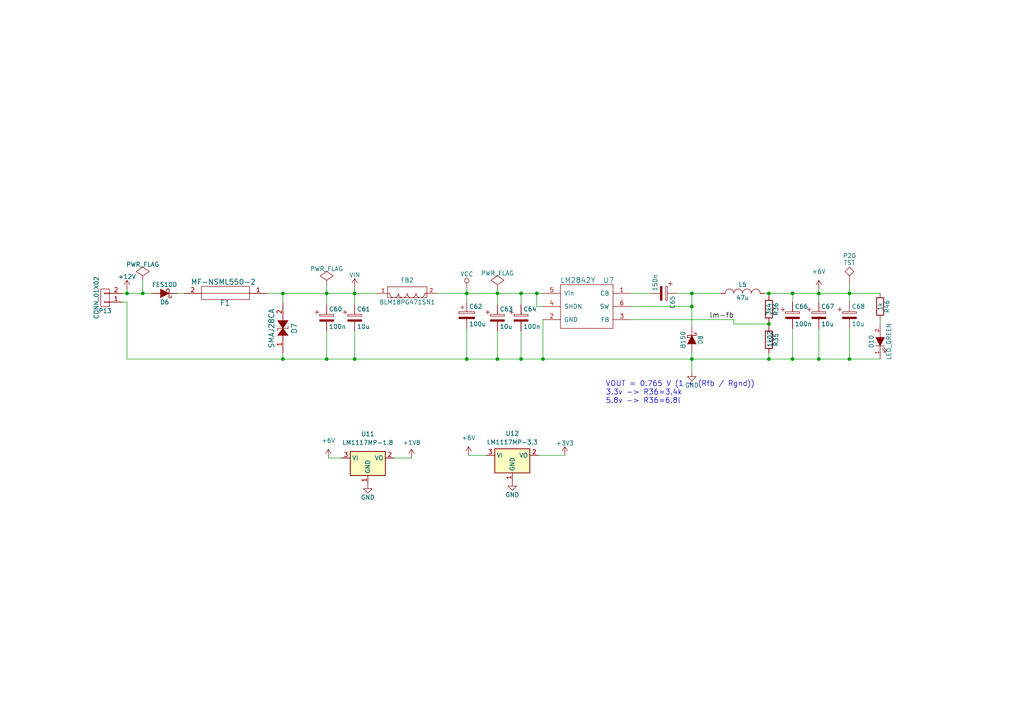
<source format=kicad_sch>
(kicad_sch (version 20230121) (generator eeschema)
  (paper "A4")
  (title_block (title "freeDSP-AiO") (date "2018-08-09") (rev "V1.0") (company "TUD") (comment 1 "Friedrich, Hoffmann, Kaiser, Schindler") (comment 2 "Hauptseminar Kommunikationsnetze"))
  (lib_symbols
    (symbol "MyLibrary:C" (pin_numbers hide) (pin_names (offset 0.254))
      (property "Reference" "C" (at 0.635 2.54 0))
      (property "Value" "C" (at 0.635 -2.54 0))
      (symbol "C_0_0"
        (text "+" (at -2.794 1.778 0) (effects (font (size 1.524 1.524))))
      )
      (symbol "C_0_1"
        (rectangle (start -2.032 -0.508) (end 2.032 -1.016) (fill (type outline)))
        (rectangle (start -2.032 1.016) (end 2.032 0.508))
      )
      (symbol "C_1_1"
        (pin passive line (at 0 3.81 270) (length 2.794) (name "~") (number "1"))
        (pin passive line (at 0 -3.81 90) (length 2.794) (name "~") (number "2"))
      )
    )
    (symbol "MyLibrary:Inductor" (pin_numbers hide) (pin_names (offset 0) hide)
      (property "Reference" "L" (at 0 2.54 0))
      (property "Value" "Inductor" (at 0 -1.27 0))
      (symbol "Inductor_0_1"
        (arc (start -2.54 0) (mid -3.81 1.2645) (end -5.08 0))
        (arc (start 0 0) (mid -1.27 1.2645) (end -2.54 0))
        (arc (start 2.54 0) (mid 1.27 1.2645) (end 0 0))
        (arc (start 5.08 0) (mid 3.81 1.2645) (end 2.54 0))
      )
      (symbol "Inductor_1_1"
        (pin input line (at -6.35 0 0) (length 1.27) (name "1") (number "1"))
        (pin input line (at 6.35 0 180) (length 1.27) (name "2") (number "2"))
      )
    )
    (symbol "Regulator_Linear:LM1117MP-1.8"
      (property "Reference" "U" (at -3.81 3.175 0))
      (property "Value" "LM1117MP-1.8" (at 0 3.175 0))
      (symbol "LM1117MP-1.8_0_1"
        (rectangle (start -5.08 -5.08) (end 5.08 1.905) (stroke (width 0.254)) (fill (type background)))
      )
      (symbol "LM1117MP-1.8_1_1"
        (pin power_in line (at 0 -7.62 90) (length 2.54) (name "GND") (number "1"))
        (pin power_out line (at 7.62 0 180) (length 2.54) (name "VO") (number "2"))
        (pin power_in line (at -7.62 0 0) (length 2.54) (name "VI") (number "3"))
      )
    )
    (symbol "Regulator_Linear:LM1117MP-3.3"
      (property "Reference" "U" (at -3.81 3.175 0))
      (property "Value" "LM1117MP-3.3" (at 0 3.175 0))
      (symbol "LM1117MP-3.3_0_1"
        (rectangle (start -5.08 -5.08) (end 5.08 1.905) (stroke (width 0.254)) (fill (type background)))
      )
      (symbol "LM1117MP-3.3_1_1"
        (pin power_in line (at 0 -7.62 90) (length 2.54) (name "GND") (number "1"))
        (pin power_out line (at 7.62 0 180) (length 2.54) (name "VO") (number "2"))
        (pin power_in line (at -7.62 0 0) (length 2.54) (name "VI") (number "3"))
      )
    )
    (symbol "power:+1V8" (power) (pin_names (offset 0))
      (property "Value" "+1V8" (at 0 3.556 0))
      (symbol "+1V8_0_1"
        (polyline (pts (xy -0.762 1.27) (xy 0 2.54)))
        (polyline (pts (xy 0 0) (xy 0 2.54)))
        (polyline (pts (xy 0 2.54) (xy 0.762 1.27)))
      )
      (symbol "+1V8_1_1"
        (pin power_in line (at 0 0 90) (length 0) hide (name "+1V8") (number "1"))
      )
    )
    (symbol "power:+6V" (power) (pin_names (offset 0))
      (property "Value" "+6V" (at 0 3.556 0))
      (symbol "+6V_0_1"
        (polyline (pts (xy -0.762 1.27) (xy 0 2.54)))
        (polyline (pts (xy 0 0) (xy 0 2.54)))
        (polyline (pts (xy 0 2.54) (xy 0.762 1.27)))
      )
      (symbol "+6V_1_1"
        (pin power_in line (at 0 0 90) (length 0) hide (name "+6V") (number "1"))
      )
    )
    (symbol "smd_aio-lib:0ZCJ0050AF2E" (pin_names (offset 1.016))
      (property "Reference" "F" (at -6.35 0 0))
      (property "Value" "0ZCJ0050AF2E" (at -6.35 0 0))
      (symbol "0ZCJ0050AF2E_0_1"
        (rectangle (start -12.7 -1.27) (end 1.27 -5.08))
        (polyline (pts (xy -12.7 -3.302) (xy 1.27 -3.302)))
        (polyline (pts (xy 1.27 -3.302) (xy 1.27 -3.302)))
      )
      (symbol "0ZCJ0050AF2E_1_1"
        (pin input line (at 6.35 -3.302 180) (length 5.08) (name "~") (number "1"))
        (pin input line (at -17.78 -3.302 0) (length 5.08) (name "~") (number "2"))
      )
    )
    (symbol "smd_aio-lib:SMAJ28A" (pin_names (offset 1.016))
      (property "Reference" "D" (at 0 0 0))
      (property "Value" "SMAJ28A" (at 0 -6.604 0))
      (symbol "SMAJ28A_0_1"
        (polyline (pts (xy 0 -3.302) (xy 0 -4.826) (xy 0.762 -4.826)))
        (polyline (pts (xy 0 -3.302) (xy 0 -1.778) (xy -0.762 -1.778)))
        (polyline (pts (xy -2.286 -1.778) (xy -2.286 -4.826) (xy 0 -3.302) (xy -2.286 -1.778)) (fill (type outline)))
        (polyline (pts (xy 0 -3.302) (xy 2.032 -1.778) (xy 2.032 -4.826) (xy 0 -3.302)) (fill (type outline)))
      )
      (symbol "SMAJ28A_1_1"
        (pin input line (at 7.112 -3.302 180) (length 5.08) (name "~") (number "1"))
        (pin input line (at -7.366 -3.302 0) (length 5.08) (name "~") (number "2"))
      )
    )
    (symbol "smd_aio-rescue:+12V" (power) (pin_names (offset 0))
      (property "Value" "+12V" (at 0 3.556 0))
      (symbol "+12V_0_1"
        (polyline (pts (xy -0.762 1.27) (xy 0 2.54)))
        (polyline (pts (xy 0 0) (xy 0 2.54)))
        (polyline (pts (xy 0 2.54) (xy 0.762 1.27)))
      )
      (symbol "+12V_1_1"
        (pin power_in line (at 0 0 90) (length 0) hide (name "+12V") (number "1"))
      )
    )
    (symbol "smd_aio-rescue:+3V3" (power) (pin_names (offset 0))
      (property "Value" "+3V3" (at 0 3.556 0))
      (symbol "+3V3_0_1"
        (polyline (pts (xy -0.762 1.27) (xy 0 2.54)))
        (polyline (pts (xy 0 0) (xy 0 2.54)))
        (polyline (pts (xy 0 2.54) (xy 0.762 1.27)))
      )
      (symbol "+3V3_1_1"
        (pin power_in line (at 0 0 90) (length 0) hide (name "+3V3") (number "1"))
      )
    )
    (symbol "smd_aio-rescue:CONN_01X02" (pin_names (offset 1.016) hide)
      (property "Reference" "P" (at 0 3.81 0))
      (property "Value" "CONN_01X02" (at 2.54 0 90))
      (symbol "CONN_01X02_0_1"
        (rectangle (start -1.27 -1.143) (end 0.254 -1.397))
        (rectangle (start -1.27 1.397) (end 0.254 1.143))
        (rectangle (start -1.27 2.54) (end 1.27 -2.54))
      )
      (symbol "CONN_01X02_1_1"
        (pin passive line (at -5.08 1.27 0) (length 3.81) (name "P1") (number "1"))
        (pin passive line (at -5.08 -1.27 0) (length 3.81) (name "P2") (number "2"))
      )
    )
    (symbol "smd_aio-rescue:CP" (pin_numbers hide) (pin_names (offset 0.254))
      (property "Reference" "C" (at 0.635 2.54 0))
      (property "Value" "CP" (at 0.635 -2.54 0))
      (symbol "CP_0_1"
        (rectangle (start -2.286 0.508) (end -2.286 1.016))
        (rectangle (start -2.286 0.508) (end 2.286 0.508))
        (polyline (pts (xy -1.778 2.286) (xy -0.762 2.286)))
        (polyline (pts (xy -1.27 2.794) (xy -1.27 1.778)))
        (rectangle (start 2.286 -0.508) (end -2.286 -1.016) (fill (type outline)))
        (rectangle (start 2.286 1.016) (end -2.286 1.016))
        (rectangle (start 2.286 1.016) (end 2.286 0.508))
      )
      (symbol "CP_1_1"
        (pin passive line (at 0 3.81 270) (length 2.794) (name "~") (number "1"))
        (pin passive line (at 0 -3.81 90) (length 2.794) (name "~") (number "2"))
      )
    )
    (symbol "smd_aio-rescue:D_Schottky" (pin_numbers hide) (pin_names (offset 1.016) hide)
      (property "Reference" "D" (at 0 2.54 0))
      (property "Value" "D_Schottky" (at 0 -2.54 0))
      (symbol "D_Schottky_0_1"
        (polyline (pts (xy 1.27 1.27) (xy -1.27 0) (xy 1.27 -1.27)) (fill (type outline)))
        (polyline (pts (xy -1.905 0.635) (xy -1.905 1.27) (xy -1.27 1.27) (xy -1.27 -1.27) (xy -0.635 -1.27) (xy -0.635 -0.635)) (stroke (width 0.2032)))
      )
      (symbol "D_Schottky_1_1"
        (pin passive line (at -3.81 0 0) (length 2.54) (name "K") (number "1"))
        (pin passive line (at 3.81 0 180) (length 2.54) (name "A") (number "2"))
      )
    )
    (symbol "smd_aio-rescue:FILTER" (pin_names (offset 1.016) hide)
      (property "Reference" "FB" (at 0 3.81 0))
      (property "Value" "FILTER" (at 0 -2.54 0))
      (symbol "FILTER_0_1"
        (rectangle (start -5.715 1.905) (end 5.715 -1.27))
        (arc (start -5.08 0) (mid -3.81 -1.2645) (end -2.54 0))
        (arc (start -2.54 0) (mid -1.27 -1.2645) (end 0 0))
        (arc (start 0 0) (mid 0 0) (end 0 0))
        (arc (start 0 0) (mid 1.27 -1.2645) (end 2.54 0))
        (arc (start 2.54 0) (mid 3.81 -1.2645) (end 5.08 0))
      )
      (symbol "FILTER_1_1"
        (pin passive line (at -8.89 0 0) (length 3.81) (name "1") (number "1"))
        (pin passive line (at 8.89 0 180) (length 3.81) (name "2") (number "2"))
      )
    )
    (symbol "smd_aio-rescue:GND" (power) (pin_names (offset 0))
      (property "Value" "GND" (at 0 -3.81 0))
      (symbol "GND_0_1"
        (polyline (pts (xy 0 0) (xy 0 -1.27) (xy 1.27 -1.27) (xy 0 -2.54) (xy -1.27 -1.27) (xy 0 -1.27)))
      )
      (symbol "GND_1_1"
        (pin power_in line (at 0 0 270) (length 0) hide (name "GND") (number "1"))
      )
    )
    (symbol "smd_aio-rescue:LED" (pin_names (offset 1.016) hide)
      (property "Reference" "D" (at 0 2.54 0))
      (property "Value" "LED" (at 0 -2.54 0))
      (symbol "LED_0_1"
        (polyline (pts (xy -1.27 1.27) (xy -1.27 -1.27)))
        (polyline (pts (xy -2.032 -0.635) (xy -3.175 -1.651) (xy -3.048 -1.016)))
        (polyline (pts (xy -1.651 -1.016) (xy -2.794 -2.032) (xy -2.667 -1.397)))
        (polyline (pts (xy 1.27 1.27) (xy -1.27 0) (xy 1.27 -1.27)) (fill (type outline)))
      )
      (symbol "LED_1_1"
        (pin passive line (at -5.08 0 0) (length 3.81) (name "K") (number "1"))
        (pin passive line (at 5.08 0 180) (length 3.81) (name "A") (number "2"))
      )
    )
    (symbol "smd_aio-rescue:LM284x" (pin_names (offset 1.016))
      (property "Reference" "U" (at 6.35 7.62 0))
      (property "Value" "LM284x" (at -2.54 7.62 0))
      (symbol "LM284x_0_1"
        (rectangle (start -7.62 6.35) (end 7.62 -6.35))
      )
      (symbol "LM284x_1_1"
        (pin input line (at 12.7 3.81 180) (length 5.08) (name "CB") (number "1"))
        (pin power_in line (at -12.7 -3.81 0) (length 5.08) (name "GND") (number "2"))
        (pin input line (at 12.7 -3.81 180) (length 5.08) (name "FB") (number "3"))
        (pin input line (at -12.7 0 0) (length 5.08) (name "SHDN") (number "4"))
        (pin power_in line (at -12.7 3.81 0) (length 5.08) (name "Vin") (number "5"))
        (pin output line (at 12.7 0 180) (length 5.08) (name "SW") (number "6"))
      )
    )
    (symbol "smd_aio-rescue:PWR_FLAG" (power) (pin_numbers hide) (pin_names (offset 0) hide)
      (property "Value" "PWR_FLAG" (at 0 4.572 0))
      (symbol "PWR_FLAG_0_0"
        (pin power_out line (at 0 0 90) (length 0) (name "pwr") (number "1"))
      )
      (symbol "PWR_FLAG_0_1"
        (polyline (pts (xy 0 0) (xy 0 1.27) (xy -1.905 2.54) (xy 0 3.81) (xy 1.905 2.54) (xy 0 1.27)))
      )
    )
    (symbol "smd_aio-rescue:R" (pin_numbers hide) (pin_names (offset 0))
      (property "Reference" "R" (at 2.032 0 90))
      (property "Value" "R" (at 0 0 90))
      (symbol "R_0_1"
        (rectangle (start -1.016 -2.54) (end 1.016 2.54) (stroke (width 0.254)))
      )
      (symbol "R_1_1"
        (pin passive line (at 0 3.81 270) (length 1.27) (name "~") (number "1"))
        (pin passive line (at 0 -3.81 90) (length 1.27) (name "~") (number "2"))
      )
    )
    (symbol "smd_aio-rescue:TST" (pin_numbers hide) (pin_names (offset 1.016) hide)
      (property "Reference" "P" (at 0 7.62 0))
      (property "Value" "TST" (at 0 6.35 0))
      (symbol "TST_0_1"
        (polyline (pts (xy 0 5.08) (xy -1.27 3.81) (xy 0 2.54) (xy 1.27 3.81) (xy 0 5.08) (xy 0 5.08)))
      )
      (symbol "TST_1_1"
        (pin passive line (at 0 0 90) (length 2.54) (name "~") (number "1"))
      )
    )
    (symbol "smd_aio-rescue:VCC" (power) (pin_names (offset 0))
      (property "Value" "VCC" (at 0 3.81 0))
      (symbol "VCC_0_1"
        (polyline (pts (xy 0 0) (xy 0 1.27)))
        (circle (center 0 1.905) (radius 0.635))
      )
      (symbol "VCC_1_1"
        (pin power_in line (at 0 0 90) (length 0) hide (name "VCC") (number "1"))
      )
    )
    (symbol "smd_aio-rescue:VIN" (power) (pin_names (offset 0))
      (property "Value" "VIN" (at 0 3.556 0))
      (symbol "VIN_0_1"
        (polyline (pts (xy -0.762 1.27) (xy 0 2.54)))
        (polyline (pts (xy 0 0) (xy 0 2.54)))
        (polyline (pts (xy 0 2.54) (xy 0.762 1.27)))
      )
      (symbol "VIN_1_1"
        (pin power_in line (at 0 0 90) (length 0) hide (name "VIN") (number "1"))
      )
    )
  )
  (junction (at 144.272 85.09))
  (junction (at 94.742 85.09))
  (junction (at 223.012 93.98))
  (junction (at 229.87 85.09))
  (junction (at 151.13 104.14))
  (junction (at 223.012 104.14))
  (junction (at 229.87 104.14))
  (junction (at 144.272 104.14))
  (junction (at 135.382 85.09))
  (junction (at 223.012 85.09))
  (junction (at 200.66 104.14))
  (junction (at 102.87 104.14))
  (junction (at 102.87 85.09))
  (junction (at 200.66 85.09))
  (junction (at 135.382 104.14))
  (junction (at 82.042 104.14))
  (junction (at 246.38 85.09))
  (junction (at 237.49 104.14))
  (junction (at 36.83 85.09))
  (junction (at 82.042 85.09))
  (junction (at 246.38 104.14))
  (junction (at 151.13 85.09))
  (junction (at 200.66 88.9))
  (junction (at 41.402 85.09))
  (junction (at 237.49 85.09))
  (junction (at 94.742 104.14))
  (junction (at 157.48 104.14))
  (junction (at 155.702 85.09))
  (wire (pts (xy 114.3 132.842) (xy 119.38 132.842)))
  (wire (pts (xy 221.742 85.09) (xy 223.012 85.09)))
  (wire (pts (xy 77.47 85.09) (xy 82.042 85.09)))
  (wire (pts (xy 237.49 104.14) (xy 246.38 104.14)))
  (wire (pts (xy 246.38 85.09) (xy 255.27 85.09)))
  (wire (pts (xy 246.38 82.55) (xy 246.38 85.09)))
  (wire (pts (xy 196.342 85.09) (xy 200.66 85.09)))
  (wire (pts (xy 151.13 88.392) (xy 151.13 85.09)))
  (wire (pts (xy 135.89 132.08) (xy 140.97 132.08)))
  (wire (pts (xy 82.042 104.14) (xy 94.742 104.14)))
  (wire (pts (xy 94.742 82.55) (xy 94.742 85.09)))
  (wire (pts (xy 51.562 85.09) (xy 53.34 85.09)))
  (wire (pts (xy 151.13 104.14) (xy 157.48 104.14)))
  (wire (pts (xy 200.66 104.14) (xy 200.66 107.95)))
  (wire (pts (xy 200.66 102.362) (xy 200.66 104.14)))
  (wire (pts (xy 229.87 95.25) (xy 229.87 104.14)))
  (wire (pts (xy 135.382 85.09) (xy 135.382 87.63)))
  (wire (pts (xy 144.272 104.14) (xy 151.13 104.14)))
  (wire (pts (xy 200.66 85.09) (xy 200.66 88.9)))
  (wire (pts (xy 102.87 96.012) (xy 102.87 104.14)))
  (wire (pts (xy 157.48 92.71) (xy 157.48 104.14)))
  (wire (pts (xy 94.742 104.14) (xy 102.87 104.14)))
  (wire (pts (xy 212.852 92.71) (xy 182.88 92.71)))
  (wire (pts (xy 229.87 104.14) (xy 237.49 104.14)))
  (wire (pts (xy 237.49 85.09) (xy 246.38 85.09)))
  (wire (pts (xy 82.042 85.09) (xy 82.042 87.884)))
  (wire (pts (xy 102.87 83.312) (xy 102.87 85.09)))
  (wire (pts (xy 157.48 104.14) (xy 200.66 104.14)))
  (wire (pts (xy 229.87 87.63) (xy 229.87 85.09)))
  (wire (pts (xy 200.66 104.14) (xy 223.012 104.14)))
  (wire (pts (xy 246.38 104.14) (xy 255.27 104.14)))
  (wire (pts (xy 223.012 102.362) (xy 223.012 104.14)))
  (wire (pts (xy 82.042 102.362) (xy 82.042 104.14)))
  (wire (pts (xy 36.83 87.63) (xy 35.56 87.63)))
  (wire (pts (xy 35.56 85.09) (xy 36.83 85.09)))
  (wire (pts (xy 246.38 85.09) (xy 246.38 87.63)))
  (wire (pts (xy 95.25 132.842) (xy 99.06 132.842)))
  (wire (pts (xy 102.87 104.14) (xy 135.382 104.14)))
  (wire (pts (xy 223.012 85.852) (xy 223.012 85.09)))
  (wire (pts (xy 223.012 93.98) (xy 223.012 93.472)))
  (wire (pts (xy 182.88 85.09) (xy 188.722 85.09)))
  (wire (pts (xy 151.13 85.09) (xy 155.702 85.09)))
  (wire (pts (xy 212.852 93.98) (xy 223.012 93.98)))
  (wire (pts (xy 144.272 85.09) (xy 151.13 85.09)))
  (wire (pts (xy 237.49 85.09) (xy 237.49 87.63)))
  (wire (pts (xy 36.83 83.82) (xy 36.83 85.09)))
  (wire (pts (xy 200.66 85.09) (xy 209.042 85.09)))
  (wire (pts (xy 41.402 81.28) (xy 41.402 85.09)))
  (wire (pts (xy 144.272 83.82) (xy 144.272 85.09)))
  (wire (pts (xy 200.66 88.9) (xy 200.66 94.742)))
  (wire (pts (xy 94.742 85.09) (xy 94.742 88.392)))
  (wire (pts (xy 237.49 83.82) (xy 237.49 85.09)))
  (wire (pts (xy 94.742 85.09) (xy 102.87 85.09)))
  (wire (pts (xy 212.852 93.98) (xy 212.852 92.71)))
  (wire (pts (xy 102.87 85.09) (xy 109.22 85.09)))
  (wire (pts (xy 155.702 85.09) (xy 157.48 85.09)))
  (wire (pts (xy 135.382 95.25) (xy 135.382 104.14)))
  (wire (pts (xy 246.38 104.14) (xy 246.38 95.25)))
  (wire (pts (xy 223.012 85.09) (xy 229.87 85.09)))
  (wire (pts (xy 36.83 85.09) (xy 41.402 85.09)))
  (wire (pts (xy 223.012 104.14) (xy 229.87 104.14)))
  (wire (pts (xy 151.13 96.012) (xy 151.13 104.14)))
  (wire (pts (xy 229.87 85.09) (xy 237.49 85.09)))
  (wire (pts (xy 144.272 85.09) (xy 144.272 88.392)))
  (wire (pts (xy 135.382 83.312) (xy 135.382 85.09)))
  (wire (pts (xy 94.742 96.012) (xy 94.742 104.14)))
  (wire (pts (xy 156.21 132.08) (xy 163.83 132.08)))
  (wire (pts (xy 144.272 96.012) (xy 144.272 104.14)))
  (wire (pts (xy 223.012 93.98) (xy 223.012 94.742)))
  (wire (pts (xy 135.382 85.09) (xy 144.272 85.09)))
  (wire (pts (xy 102.87 85.09) (xy 102.87 88.392)))
  (wire (pts (xy 157.48 88.9) (xy 155.702 88.9)))
  (wire (pts (xy 127 85.09) (xy 135.382 85.09)))
  (wire (pts (xy 41.402 85.09) (xy 43.942 85.09)))
  (wire (pts (xy 155.702 88.9) (xy 155.702 85.09)))
  (wire (pts (xy 255.27 92.71) (xy 255.27 93.98)))
  (wire (pts (xy 182.88 88.9) (xy 200.66 88.9)))
  (wire (pts (xy 135.382 104.14) (xy 144.272 104.14)))
  (wire (pts (xy 36.83 87.63) (xy 36.83 104.14)))
  (wire (pts (xy 36.83 104.14) (xy 82.042 104.14)))
  (wire (pts (xy 237.49 95.25) (xy 237.49 104.14)))
  (wire (pts (xy 82.042 85.09) (xy 94.742 85.09)))
  (text "VOUT = 0.765 V (1 + (Rfb / Rgnd))\n3.3v -> R36=3.4k\n5.8v -> R36=6.8l" (at 175.641 117.221 0) (effects (font (size 1.524 1.524)) (justify left bottom)))
  (label "lm-fb" (at 205.74 92.71 0) (effects (font (size 1.524 1.524))))
  (symbol (lib_id "smd_aio-rescue:LM284x") (at 170.18 88.9 0) (unit 1)
    (property "Reference" "U7" (at 176.53 81.28 0) (effects (font (size 1.524 1.524))))
    (property "Value" "LM2842Y" (at 167.64 81.28 0) (effects (font (size 1.524 1.524))))
    (property "Footprint" "fdsp_housing:SOT23-6_1.7x3.0mm_Pitch0.95mm" (effects hide))
  )
  (symbol (lib_id "smd_aio-rescue:CONN_01X02") (at 30.48 86.36 180) (unit 1)
    (property "Reference" "P13" (at 30.48 90.17 0))
    (property "Value" "CONN_01X02" (at 27.94 86.36 90))
    (property "Footprint" "fdsp_connector:RIACON101-2" (effects hide))
  )
  (symbol (lib_id "smd_aio-rescue:D_Schottky") (at 47.752 85.09 180) (unit 1)
    (property "Reference" "D6" (at 47.752 87.63 0))
    (property "Value" "FES10D" (at 47.752 82.55 0))
    (property "Footprint" "FES10D:FES10D" (effects hide))
  )
  (symbol (lib_id "smd_aio-lib:0ZCJ0050AF2E") (at 71.12 81.788 0) (unit 1)
    (property "Reference" "F1" (at 65.278 87.884 0) (effects (font (size 1.524 1.524))))
    (property "Value" "MF-NSML550-2" (at 64.77 81.788 0) (effects (font (size 1.524 1.524))))
    (property "Footprint" "fdsp_resistor:R_1206_HandSoldering" (effects hide))
  )
  (symbol (lib_id "smd_aio-lib:SMAJ28A") (at 85.344 95.25 270) (unit 1)
    (property "Reference" "D7" (at 85.344 95.25 0) (effects (font (size 1.524 1.524))))
    (property "Value" "SMAJ28CA" (at 78.74 95.25 0) (effects (font (size 1.524 1.524))))
    (property "Footprint" "fdsp_diode:SMA" (effects hide))
  )
  (symbol (lib_id "MyLibrary:C") (at 94.742 92.202 0) (unit 1)
    (property "Reference" "C60" (at 95.377 89.662 0) (effects (justify left)))
    (property "Value" "100n" (at 95.377 94.742 0) (effects (justify left)))
    (property "Footprint" "fdsp_capacitor:C_1206_HandSoldering" (effects hide))
  )
  (symbol (lib_id "MyLibrary:C") (at 102.87 92.202 0) (unit 1)
    (property "Reference" "C61" (at 103.505 89.662 0) (effects (justify left)))
    (property "Value" "10u" (at 103.505 94.742 0) (effects (justify left)))
    (property "Footprint" "fdsp_capacitor:C_1206_HandSoldering" (effects hide))
  )
  (symbol (lib_id "smd_aio-rescue:FILTER") (at 118.11 85.09 0) (unit 1)
    (property "Reference" "FB2" (at 118.11 81.28 0))
    (property "Value" "BLM18PG471SN1" (at 118.11 87.63 0))
    (property "Footprint" "fdsp_resistor:R_0603_HandSoldering" (effects hide))
  )
  (symbol (lib_id "smd_aio-rescue:CP") (at 135.382 91.44 0) (unit 1)
    (property "Reference" "C62" (at 136.017 88.9 0) (effects (justify left)))
    (property "Value" "100u" (at 136.017 93.98 0) (effects (justify left)))
    (property "Footprint" "fdsp_capacitor:C_Radial_D6.3_L11.2_P2.5" (effects hide))
  )
  (symbol (lib_id "MyLibrary:C") (at 144.272 92.202 0) (unit 1)
    (property "Reference" "C63" (at 144.907 89.662 0) (effects (justify left)))
    (property "Value" "10u" (at 144.907 94.742 0) (effects (justify left)))
    (property "Footprint" "fdsp_capacitor:C_1206_HandSoldering" (effects hide))
  )
  (symbol (lib_id "MyLibrary:C") (at 151.13 92.202 0) (unit 1)
    (property "Reference" "C64" (at 151.765 89.662 0) (effects (justify left)))
    (property "Value" "100n" (at 151.765 94.742 0) (effects (justify left)))
    (property "Footprint" "fdsp_capacitor:C_1206_HandSoldering" (effects hide))
  )
  (symbol (lib_id "MyLibrary:C") (at 192.532 85.09 270) (unit 1)
    (property "Reference" "C65" (at 195.072 85.725 0) (effects (justify left)))
    (property "Value" "150n" (at 189.992 79.502 0) (effects (justify left)))
    (property "Footprint" "fdsp_capacitor:C_1206_HandSoldering" (effects hide))
  )
  (symbol (lib_id "smd_aio-rescue:R") (at 223.012 98.552 0) (unit 1)
    (property "Reference" "R35" (at 225.044 98.552 90))
    (property "Value" "1k02" (at 223.266 98.298 90))
    (property "Footprint" "fdsp_resistor:R_1206_HandSoldering" (effects hide))
  )
  (symbol (lib_id "smd_aio-rescue:D_Schottky") (at 200.66 98.552 270) (unit 1)
    (property "Reference" "D8" (at 203.2 98.552 0))
    (property "Value" "B150" (at 198.12 98.552 0))
    (property "Footprint" "fdsp_diode:SMA" (effects hide))
  )
  (symbol (lib_id "MyLibrary:Inductor") (at 215.392 85.09 0) (unit 1)
    (property "Reference" "L5" (at 215.392 82.55 0))
    (property "Value" "47u" (at 215.392 86.36 0))
    (property "Footprint" "Choke_SMD_10:Choke_SMD_10.1x10.0" (effects hide))
  )
  (symbol (lib_id "smd_aio-rescue:R") (at 223.012 89.662 0) (unit 1)
    (property "Reference" "R36" (at 225.044 89.662 90))
    (property "Value" "3k4" (at 223.012 89.662 90))
    (property "Footprint" "fdsp_resistor:R_1206_HandSoldering" (effects hide))
  )
  (symbol (lib_id "MyLibrary:C") (at 229.87 91.44 0) (unit 1)
    (property "Reference" "C66" (at 230.505 88.9 0) (effects (justify left)))
    (property "Value" "100n" (at 230.505 93.98 0) (effects (justify left)))
    (property "Footprint" "fdsp_capacitor:C_1206_HandSoldering" (effects hide))
  )
  (symbol (lib_id "MyLibrary:C") (at 237.49 91.44 0) (unit 1)
    (property "Reference" "C67" (at 238.125 88.9 0) (effects (justify left)))
    (property "Value" "10u" (at 238.125 93.98 0) (effects (justify left)))
    (property "Footprint" "fdsp_capacitor:C_1206_HandSoldering" (effects hide))
  )
  (symbol (lib_id "MyLibrary:C") (at 246.38 91.44 0) (unit 1)
    (property "Reference" "C68" (at 247.015 88.9 0) (effects (justify left)))
    (property "Value" "10u" (at 247.015 93.98 0) (effects (justify left)))
    (property "Footprint" "fdsp_capacitor:C_1206_HandSoldering" (effects hide))
  )
  (symbol (lib_id "smd_aio-rescue:GND") (at 200.66 107.95 0) (unit 1)
    (property "Reference" "#PWR0108" (effects hide))
    (property "Value" "GND" (at 200.66 111.76 0))
  )
  (symbol (lib_id "smd_aio-rescue:VCC") (at 135.382 83.312 0) (unit 1)
    (property "Reference" "#PWR0109" (effects hide))
    (property "Value" "VCC" (at 135.382 79.502 0))
  )
  (symbol (lib_id "smd_aio-rescue:PWR_FLAG") (at 144.272 83.82 0) (unit 1)
    (property "Reference" "#FLG0110" (effects hide))
    (property "Value" "PWR_FLAG" (at 144.272 79.248 0))
  )
  (symbol (lib_id "smd_aio-rescue:+12V") (at 36.83 83.82 0) (unit 1)
    (property "Reference" "#PWR0111" (effects hide))
    (property "Value" "+12V" (at 36.83 80.264 0))
  )
  (symbol (lib_id "smd_aio-rescue:PWR_FLAG") (at 41.402 81.28 0) (unit 1)
    (property "Reference" "#FLG0112" (effects hide))
    (property "Value" "PWR_FLAG" (at 41.402 76.708 0))
  )
  (symbol (lib_id "smd_aio-rescue:VIN") (at 102.87 83.312 0) (unit 1)
    (property "Reference" "#PWR0113" (effects hide))
    (property "Value" "VIN" (at 102.87 79.756 0))
  )
  (symbol (lib_id "smd_aio-rescue:PWR_FLAG") (at 94.742 82.55 0) (unit 1)
    (property "Reference" "#FLG0114" (effects hide))
    (property "Value" "PWR_FLAG" (at 94.742 77.978 0))
  )
  (symbol (lib_id "smd_aio-rescue:LED") (at 255.27 99.06 90) (unit 1)
    (property "Reference" "D10" (at 252.73 99.06 0))
    (property "Value" "LED_GREEN" (at 257.81 99.06 0))
    (property "Footprint" "fdsp_resistor:R_1206_HandSoldering" (effects hide))
  )
  (symbol (lib_id "smd_aio-rescue:R") (at 255.27 88.9 0) (unit 1)
    (property "Reference" "R46" (at 257.302 88.9 90))
    (property "Value" "1k" (at 255.27 88.9 90))
    (property "Footprint" "fdsp_resistor:R_1206_HandSoldering" (effects hide))
  )
  (symbol (lib_id "smd_aio-rescue:TST") (at 246.38 82.55 0) (unit 1)
    (property "Reference" "P20" (at 246.38 74.93 0) (effects (justify bottom)))
    (property "Value" "TST" (at 246.38 76.2 0))
    (property "Footprint" "fdsp_misc:Measurement_Point_Round-SMD-Pad_Small" (effects hide))
  )
  (symbol (lib_id "power:+6V") (at 135.89 132.08 0) (unit 1)
    (property "Reference" "#PWR059" (effects hide))
    (property "Value" "+6V" (at 135.89 127 0))
  )
  (symbol (lib_id "smd_aio-rescue:GND") (at 106.68 140.462 0) (unit 1)
    (property "Reference" "#PWR066" (effects hide))
    (property "Value" "GND" (at 106.68 144.272 0))
  )
  (symbol (lib_id "power:+1V8") (at 119.38 132.842 0) (unit 1)
    (property "Reference" "#PWR062" (effects hide))
    (property "Value" "+1V8" (at 119.38 128.397 0))
  )
  (symbol (lib_id "power:+6V") (at 237.49 83.82 0) (unit 1)
    (property "Reference" "#PWR058" (effects hide))
    (property "Value" "+6V" (at 237.49 78.74 0))
  )
  (symbol (lib_id "Regulator_Linear:LM1117MP-3.3") (at 148.59 132.08 0) (unit 1)
    (property "Reference" "U12" (at 148.59 125.73 0))
    (property "Value" "LM1117MP-3.3" (at 148.59 128.27 0))
    (property "Footprint" "Package_TO_SOT_SMD:SOT-223-3_TabPin2" (effects hide))
    (property "Datasheet" "http://www.ti.com/lit/ds/symlink/lm1117.pdf" (effects hide))
  )
  (symbol (lib_id "Regulator_Linear:LM1117MP-1.8") (at 106.68 132.842 0) (unit 1)
    (property "Reference" "U11" (at 106.68 125.857 0))
    (property "Value" "LM1117MP-1.8" (at 106.68 128.397 0))
    (property "Footprint" "Package_TO_SOT_SMD:SOT-223-3_TabPin2" (effects hide))
    (property "Datasheet" "http://www.ti.com/lit/ds/symlink/lm1117.pdf" (effects hide))
  )
  (symbol (lib_id "power:+6V") (at 95.25 132.842 0) (unit 1)
    (property "Reference" "#PWR060" (effects hide))
    (property "Value" "+6V" (at 95.25 127.762 0))
  )
  (symbol (lib_id "smd_aio-rescue:+3V3") (at 163.83 132.08 0) (unit 1)
    (property "Reference" "#PWR027" (effects hide))
    (property "Value" "+3V3" (at 163.83 128.524 0))
  )
  (symbol (lib_id "smd_aio-rescue:GND") (at 148.59 139.7 0) (unit 1)
    (property "Reference" "#PWR064" (effects hide))
    (property "Value" "GND" (at 148.59 143.51 0))
  )
)
</source>
